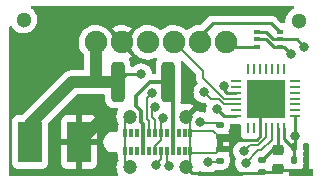
<source format=gbr>
%TF.GenerationSoftware,KiCad,Pcbnew,(6.0.9-0)*%
%TF.CreationDate,2022-11-16T11:59:38+01:00*%
%TF.ProjectId,GlowBand Dock PCB,476c6f77-4261-46e6-9420-446f636b2050,rev?*%
%TF.SameCoordinates,Original*%
%TF.FileFunction,Copper,L1,Top*%
%TF.FilePolarity,Positive*%
%FSLAX46Y46*%
G04 Gerber Fmt 4.6, Leading zero omitted, Abs format (unit mm)*
G04 Created by KiCad (PCBNEW (6.0.9-0)) date 2022-11-16 11:59:38*
%MOMM*%
%LPD*%
G01*
G04 APERTURE LIST*
G04 Aperture macros list*
%AMRoundRect*
0 Rectangle with rounded corners*
0 $1 Rounding radius*
0 $2 $3 $4 $5 $6 $7 $8 $9 X,Y pos of 4 corners*
0 Add a 4 corners polygon primitive as box body*
4,1,4,$2,$3,$4,$5,$6,$7,$8,$9,$2,$3,0*
0 Add four circle primitives for the rounded corners*
1,1,$1+$1,$2,$3*
1,1,$1+$1,$4,$5*
1,1,$1+$1,$6,$7*
1,1,$1+$1,$8,$9*
0 Add four rect primitives between the rounded corners*
20,1,$1+$1,$2,$3,$4,$5,0*
20,1,$1+$1,$4,$5,$6,$7,0*
20,1,$1+$1,$6,$7,$8,$9,0*
20,1,$1+$1,$8,$9,$2,$3,0*%
G04 Aperture macros list end*
%TA.AperFunction,SMDPad,CuDef*%
%ADD10R,0.600000X0.419990*%
%TD*%
%TA.AperFunction,SMDPad,CuDef*%
%ADD11RoundRect,0.250000X0.312500X1.450000X-0.312500X1.450000X-0.312500X-1.450000X0.312500X-1.450000X0*%
%TD*%
%TA.AperFunction,SMDPad,CuDef*%
%ADD12RoundRect,0.135000X0.185000X-0.135000X0.185000X0.135000X-0.185000X0.135000X-0.185000X-0.135000X0*%
%TD*%
%TA.AperFunction,SMDPad,CuDef*%
%ADD13RoundRect,0.140000X-0.140000X-0.170000X0.140000X-0.170000X0.140000X0.170000X-0.140000X0.170000X0*%
%TD*%
%TA.AperFunction,SMDPad,CuDef*%
%ADD14R,2.000000X3.500000*%
%TD*%
%TA.AperFunction,ComponentPad*%
%ADD15C,1.200000*%
%TD*%
%TA.AperFunction,SMDPad,CuDef*%
%ADD16R,0.300000X0.800000*%
%TD*%
%TA.AperFunction,SMDPad,CuDef*%
%ADD17R,0.280010X0.900000*%
%TD*%
%TA.AperFunction,SMDPad,CuDef*%
%ADD18R,0.900000X0.280010*%
%TD*%
%TA.AperFunction,SMDPad,CuDef*%
%ADD19R,3.300000X3.300000*%
%TD*%
%TA.AperFunction,SMDPad,CuDef*%
%ADD20RoundRect,0.140000X0.170000X-0.140000X0.170000X0.140000X-0.170000X0.140000X-0.170000X-0.140000X0*%
%TD*%
%TA.AperFunction,SMDPad,CuDef*%
%ADD21RoundRect,0.135000X-0.185000X0.135000X-0.185000X-0.135000X0.185000X-0.135000X0.185000X0.135000X0*%
%TD*%
%TA.AperFunction,SMDPad,CuDef*%
%ADD22RoundRect,0.225000X-0.250000X0.225000X-0.250000X-0.225000X0.250000X-0.225000X0.250000X0.225000X0*%
%TD*%
%TA.AperFunction,ComponentPad*%
%ADD23C,1.900000*%
%TD*%
%TA.AperFunction,ViaPad*%
%ADD24C,1.300000*%
%TD*%
%TA.AperFunction,ViaPad*%
%ADD25C,0.800000*%
%TD*%
%TA.AperFunction,Conductor*%
%ADD26C,0.250000*%
%TD*%
%TA.AperFunction,Conductor*%
%ADD27C,0.200000*%
%TD*%
%TA.AperFunction,Conductor*%
%ADD28C,1.000000*%
%TD*%
%TA.AperFunction,Conductor*%
%ADD29C,0.150000*%
%TD*%
%TA.AperFunction,Conductor*%
%ADD30C,0.300000*%
%TD*%
G04 APERTURE END LIST*
D10*
%TO.P,U1,1,E*%
%TO.N,RTS*%
X109848775Y-62794774D03*
%TO.P,U1,2,B*%
%TO.N,DTR*%
X109848775Y-62144787D03*
%TO.P,U1,3,C*%
%TO.N,IO0*%
X109848775Y-61494800D03*
%TO.P,U1,4,E*%
%TO.N,DTR*%
X107948851Y-61494800D03*
%TO.P,U1,5,B*%
%TO.N,RTS*%
X107948851Y-62144787D03*
%TO.P,U1,6,C*%
%TO.N,EN*%
X107948851Y-62794774D03*
%TD*%
D11*
%TO.P,F1,1*%
%TO.N,Net-(F1-Pad1)*%
X100419113Y-65751587D03*
%TO.P,F1,2*%
%TO.N,VBUS*%
X96144113Y-65751587D03*
%TD*%
D12*
%TO.P,R1,1*%
%TO.N,GND*%
X104784013Y-70427187D03*
%TO.P,R1,2*%
%TO.N,USB-C CC1*%
X104784013Y-69407187D03*
%TD*%
D13*
%TO.P,C3,1*%
%TO.N,VBUS*%
X111100413Y-72355587D03*
%TO.P,C3,2*%
%TO.N,GND*%
X112060413Y-72355587D03*
%TD*%
D14*
%TO.P,P2,1*%
%TO.N,VBUS*%
X88731213Y-70831587D03*
%TD*%
D13*
%TO.P,C4,1*%
%TO.N,VBUS*%
X111100413Y-71288787D03*
%TO.P,C4,2*%
%TO.N,GND*%
X112060413Y-71288787D03*
%TD*%
D15*
%TO.P,U2,0,EH*%
%TO.N,GND*%
X97151511Y-72981574D03*
X101951613Y-68681600D03*
X101951613Y-72981574D03*
X97151511Y-68681600D03*
D16*
%TO.P,U2,A1,GND*%
X96801499Y-70031612D03*
%TO.P,U2,A2,SSTXP1*%
%TO.N,unconnected-(U2-PadA2)*%
X97301626Y-70031612D03*
%TO.P,U2,A3,SSTXN1*%
%TO.N,unconnected-(U2-PadA3)*%
X97801499Y-70031612D03*
%TO.P,U2,A4,VBUS*%
%TO.N,Net-(F1-Pad1)*%
X98301626Y-70031612D03*
%TO.P,U2,A5,CC1*%
%TO.N,USB-C CC1*%
X98801499Y-70031612D03*
%TO.P,U2,A6,DP1*%
%TO.N,USB-C DATA+*%
X99301626Y-70031612D03*
%TO.P,U2,A7,DN1*%
%TO.N,USB-C DATA-*%
X99801499Y-70031612D03*
%TO.P,U2,A8,SBU1*%
%TO.N,unconnected-(U2-PadA8)*%
X100301626Y-70031612D03*
%TO.P,U2,A9,VBUS*%
%TO.N,Net-(F1-Pad1)*%
X100801499Y-70031612D03*
%TO.P,U2,A10,SSRXN2*%
%TO.N,unconnected-(U2-PadA10)*%
X101301626Y-70031612D03*
%TO.P,U2,A11,SSRXN2*%
%TO.N,unconnected-(U2-PadA11)*%
X101801499Y-70031612D03*
%TO.P,U2,A12,GND*%
%TO.N,GND*%
X102301626Y-70031612D03*
%TO.P,U2,B1,GND*%
X102301626Y-71631562D03*
%TO.P,U2,B2,SSTXP2*%
%TO.N,unconnected-(U2-PadB2)*%
X101801499Y-71631562D03*
%TO.P,U2,B3,SSTXN2*%
%TO.N,unconnected-(U2-PadB3)*%
X101301626Y-71631562D03*
%TO.P,U2,B4,VBUS*%
%TO.N,Net-(F1-Pad1)*%
X100801499Y-71631562D03*
%TO.P,U2,B5,CC2*%
%TO.N,USB-C CC2*%
X100301626Y-71631562D03*
%TO.P,U2,B6,DP2*%
%TO.N,USB-C DATA+*%
X99801499Y-71631562D03*
%TO.P,U2,B7,DN2*%
%TO.N,USB-C DATA-*%
X99301626Y-71631562D03*
%TO.P,U2,B8,SBU2*%
%TO.N,unconnected-(U2-PadB8)*%
X98801499Y-71631562D03*
%TO.P,U2,B9,VBUS*%
%TO.N,Net-(F1-Pad1)*%
X98301626Y-71631562D03*
%TO.P,U2,B10,SSRXN1*%
%TO.N,unconnected-(U2-PadB10)*%
X97801499Y-71631562D03*
%TO.P,U2,B11,SSRXN1*%
%TO.N,unconnected-(U2-PadB11)*%
X97301626Y-71631562D03*
%TO.P,U2,B12,GND*%
%TO.N,GND*%
X96801499Y-71631562D03*
%TD*%
D17*
%TO.P,U3,1,DCD*%
%TO.N,unconnected-(U3-Pad1)*%
X107194343Y-69651003D03*
%TO.P,U3,2,RI*%
%TO.N,unconnected-(U3-Pad2)*%
X107694724Y-69651003D03*
%TO.P,U3,3,GND*%
%TO.N,GND*%
X108195105Y-69651003D03*
%TO.P,U3,4,D+*%
%TO.N,USB-C DATA+*%
X108695486Y-69651003D03*
%TO.P,U3,5,D-*%
%TO.N,USB-C DATA-*%
X109195867Y-69651003D03*
%TO.P,U3,6,VDD*%
%TO.N,Net-(C1-Pad1)*%
X109696248Y-69651003D03*
%TO.P,U3,7,REGIN*%
%TO.N,VBUS*%
X110196629Y-69651003D03*
D18*
%TO.P,U3,8,VBUS*%
X111195613Y-68652273D03*
%TO.P,U3,9,~{RST}*%
%TO.N,unconnected-(U3-Pad9)*%
X111195613Y-68151892D03*
%TO.P,U3,10,NC*%
%TO.N,unconnected-(U3-Pad10)*%
X111195613Y-67651511D03*
%TO.P,U3,11,~{SUSPEND}*%
%TO.N,unconnected-(U3-Pad11)*%
X111195613Y-67151130D03*
%TO.P,U3,12,SUSPEND*%
%TO.N,unconnected-(U3-Pad12)*%
X111195613Y-66650749D03*
%TO.P,U3,13,NC*%
%TO.N,unconnected-(U3-Pad13)*%
X111195613Y-66150368D03*
%TO.P,U3,14,NC*%
%TO.N,unconnected-(U3-Pad14)*%
X111195613Y-65649987D03*
D17*
%TO.P,U3,15,NC*%
%TO.N,unconnected-(U3-Pad15)*%
X110196629Y-64651003D03*
%TO.P,U3,16,NC*%
%TO.N,unconnected-(U3-Pad16)*%
X109696248Y-64651003D03*
%TO.P,U3,17,NC*%
%TO.N,unconnected-(U3-Pad17)*%
X109195867Y-64651003D03*
%TO.P,U3,18,NC*%
%TO.N,unconnected-(U3-Pad18)*%
X108695486Y-64651003D03*
%TO.P,U3,19,NC*%
%TO.N,unconnected-(U3-Pad19)*%
X108195105Y-64651003D03*
%TO.P,U3,20,NC*%
%TO.N,unconnected-(U3-Pad20)*%
X107694724Y-64651003D03*
%TO.P,U3,21,NC*%
%TO.N,unconnected-(U3-Pad21)*%
X107194343Y-64651003D03*
D18*
%TO.P,U3,22,NC*%
%TO.N,unconnected-(U3-Pad22)*%
X106195613Y-65649987D03*
%TO.P,U3,23,CTS*%
%TO.N,unconnected-(U3-Pad23)*%
X106195613Y-66150368D03*
%TO.P,U3,24,RTS*%
%TO.N,RTS*%
X106195613Y-66650749D03*
%TO.P,U3,25,RXD*%
%TO.N,TXD0*%
X106195613Y-67151130D03*
%TO.P,U3,26,TXD*%
%TO.N,RXD0*%
X106195613Y-67651511D03*
%TO.P,U3,27,DSR*%
%TO.N,unconnected-(U3-Pad27)*%
X106195613Y-68151892D03*
%TO.P,U3,28,DTR*%
%TO.N,DTR*%
X106195613Y-68652273D03*
D19*
%TO.P,U3,29,GND_PAD*%
%TO.N,GND*%
X108695486Y-67151130D03*
%TD*%
D20*
%TO.P,C2,1*%
%TO.N,GND*%
X108380013Y-73343587D03*
%TO.P,C2,2*%
%TO.N,Net-(C1-Pad1)*%
X108380013Y-72383587D03*
%TD*%
D21*
%TO.P,R2,1*%
%TO.N,GND*%
X104784013Y-71388387D03*
%TO.P,R2,2*%
%TO.N,USB-C CC2*%
X104784013Y-72408387D03*
%TD*%
D22*
%TO.P,C1,1*%
%TO.N,Net-(C1-Pad1)*%
X109700813Y-71529787D03*
%TO.P,C1,2*%
%TO.N,GND*%
X109700813Y-73079787D03*
%TD*%
D14*
%TO.P,P3,1*%
%TO.N,GND*%
X92871413Y-70831587D03*
%TD*%
D23*
%TO.P,P1,1*%
%TO.N,VBUS*%
X94294013Y-62392187D03*
%TO.P,P1,2*%
%TO.N,GND*%
X96494013Y-62392187D03*
%TO.P,P1,3*%
%TO.N,RXD0*%
X98694013Y-62392187D03*
%TO.P,P1,4*%
%TO.N,TXD0*%
X100894013Y-62392187D03*
%TO.P,P1,5*%
%TO.N,IO0*%
X103094013Y-62392187D03*
%TO.P,P1,6*%
%TO.N,EN*%
X105294013Y-62392187D03*
%TD*%
D24*
%TO.N,*%
X111506000Y-60604400D03*
X88188800Y-60477400D03*
D25*
%TO.N,GND*%
X88188800Y-66294000D03*
X88087200Y-62433200D03*
X94725613Y-68901187D03*
X93980000Y-67614800D03*
X90779600Y-71018400D03*
X90982800Y-60350400D03*
X101904800Y-60350400D03*
%TO.N,VBUS*%
X98129213Y-65091187D03*
X111195613Y-70334387D03*
%TO.N,RXD0*%
X103463213Y-66615187D03*
%TO.N,USB-C CC1*%
X103107613Y-69166887D03*
X99022512Y-66644886D03*
%TO.N,USB-C CC2*%
X100466013Y-72863587D03*
X103768013Y-72558787D03*
%TO.N,RTS*%
X105139613Y-66107187D03*
X110829213Y-63363987D03*
%TO.N,DTR*%
X104530013Y-68075087D03*
X111896013Y-62754387D03*
%TO.N,USB-C DATA+*%
X99348413Y-72761987D03*
X106816013Y-71593587D03*
X99277869Y-67854131D03*
%TO.N,USB-C DATA-*%
X100008813Y-68799587D03*
X106968413Y-72609587D03*
%TD*%
D26*
%TO.N,GND*%
X108195105Y-70351003D02*
X107917721Y-70628387D01*
X112060413Y-72851587D02*
X111692813Y-73219187D01*
D27*
X102416051Y-71745987D02*
X102301626Y-71631562D01*
X102466851Y-69866387D02*
X104223213Y-69866387D01*
X104784013Y-70427187D02*
X104784013Y-71388387D01*
D26*
X108301213Y-73422387D02*
X102392426Y-73422387D01*
X112060413Y-72355587D02*
X112060413Y-72851587D01*
D27*
X102301626Y-69031613D02*
X101951613Y-68681600D01*
D26*
X111692813Y-73219187D02*
X109840213Y-73219187D01*
X112060413Y-71288787D02*
X112060413Y-72355587D01*
D27*
X96801499Y-71631562D02*
X96801499Y-72631562D01*
X96801499Y-70031612D02*
X96801499Y-71631562D01*
X104223213Y-69866387D02*
X104784013Y-70427187D01*
D26*
X109840213Y-73219187D02*
X109700813Y-73079787D01*
D27*
X96801499Y-69031612D02*
X97151511Y-68681600D01*
D26*
X108195105Y-69651003D02*
X108195105Y-67651511D01*
D27*
X104426413Y-71745987D02*
X102416051Y-71745987D01*
D28*
X94725613Y-68901187D02*
X94725613Y-68977387D01*
D27*
X102301626Y-70031612D02*
X102466851Y-69866387D01*
D26*
X104985213Y-70628387D02*
X104784013Y-70427187D01*
D27*
X96801499Y-70031612D02*
X96801499Y-69031612D01*
X104784013Y-71388387D02*
X104426413Y-71745987D01*
X96801499Y-72631562D02*
X97151511Y-72981574D01*
X102301626Y-70031612D02*
X102301626Y-71631562D01*
D26*
X108195105Y-69651003D02*
X108195105Y-70351003D01*
X102392426Y-73422387D02*
X101951613Y-72981574D01*
D27*
X102301626Y-71631562D02*
X102301626Y-72631561D01*
D26*
X109437013Y-73343587D02*
X109700813Y-73079787D01*
X108380013Y-73343587D02*
X108301213Y-73422387D01*
X108195105Y-67651511D02*
X108695486Y-67151130D01*
D27*
X102301626Y-72631561D02*
X101951613Y-72981574D01*
X102301626Y-70031612D02*
X102301626Y-69031613D01*
D26*
X107917721Y-70628387D02*
X104985213Y-70628387D01*
D28*
X94725613Y-68977387D02*
X92871413Y-70831587D01*
D26*
X108380013Y-73343587D02*
X109437013Y-73343587D01*
D28*
%TO.N,VBUS*%
X94065213Y-65751587D02*
X94294013Y-65522787D01*
D26*
X111195613Y-71193587D02*
X111100413Y-71288787D01*
X110196629Y-70605403D02*
X110880013Y-71288787D01*
D28*
X94294013Y-65522787D02*
X94294013Y-62392187D01*
X92287213Y-65751587D02*
X88731213Y-69307587D01*
D26*
X111195613Y-68652273D02*
X111195613Y-71193587D01*
D28*
X94065213Y-65751587D02*
X92287213Y-65751587D01*
X96144113Y-65751587D02*
X94065213Y-65751587D01*
D26*
X96804513Y-65091187D02*
X96144113Y-65751587D01*
X111100413Y-71288787D02*
X111100413Y-72355587D01*
X110880013Y-71288787D02*
X111100413Y-71288787D01*
X110196629Y-69651003D02*
X110196629Y-70605403D01*
D28*
X88731213Y-69307587D02*
X88731213Y-70831587D01*
D26*
X98129213Y-65091187D02*
X96804513Y-65091187D01*
D29*
%TO.N,RXD0*%
X104682413Y-67224787D02*
X104072813Y-67224787D01*
X104072813Y-67224787D02*
X103463213Y-66615187D01*
X106195613Y-67651511D02*
X105312337Y-67651511D01*
X105109137Y-67651511D02*
X104682413Y-67224787D01*
X105312337Y-67651511D02*
X105109137Y-67651511D01*
%TO.N,TXD0*%
X106195613Y-67151130D02*
X105116756Y-67151130D01*
X103361613Y-65395987D02*
X103361613Y-64859787D01*
X103361613Y-64859787D02*
X100894013Y-62392187D01*
X105116756Y-67151130D02*
X103361613Y-65395987D01*
D26*
%TO.N,IO0*%
X109848775Y-61494800D02*
X109127162Y-60773187D01*
X103094013Y-61853587D02*
X103094013Y-62392187D01*
X109127162Y-60773187D02*
X104174413Y-60773187D01*
X104174413Y-60773187D02*
X103094013Y-61853587D01*
%TO.N,EN*%
X107948851Y-62794774D02*
X105696600Y-62794774D01*
X105696600Y-62794774D02*
X105294013Y-62392187D01*
D29*
%TO.N,USB-C CC1*%
X104633613Y-69256787D02*
X104784013Y-69407187D01*
X103197513Y-69256787D02*
X104633613Y-69256787D01*
X98801499Y-69065473D02*
X98801499Y-70031612D01*
X98586413Y-67080985D02*
X98586413Y-68850387D01*
X103107613Y-69166887D02*
X103197513Y-69256787D01*
X99022512Y-66644886D02*
X98586413Y-67080985D01*
X98586413Y-68850387D02*
X98801499Y-69065473D01*
%TO.N,USB-C CC2*%
X100301626Y-71631562D02*
X100301626Y-72597600D01*
X104633613Y-72558787D02*
X104784013Y-72408387D01*
X100301626Y-72699200D02*
X100466013Y-72863587D01*
X100301626Y-72597600D02*
X100301626Y-72699200D01*
X103768013Y-72558787D02*
X104633613Y-72558787D01*
D26*
%TO.N,RTS*%
X109338767Y-62794774D02*
X109848775Y-62794774D01*
X107948851Y-62144787D02*
X108688780Y-62144787D01*
X105378375Y-66650749D02*
X106195613Y-66650749D01*
X108688780Y-62144787D02*
X109338767Y-62794774D01*
X109848775Y-62794774D02*
X110260000Y-62794774D01*
X105139613Y-66411987D02*
X105378375Y-66650749D01*
X110260000Y-62794774D02*
X110829213Y-63363987D01*
X105139613Y-66107187D02*
X105139613Y-66411987D01*
%TO.N,DTR*%
X111286413Y-62144787D02*
X111896013Y-62754387D01*
X109325176Y-62144787D02*
X108675189Y-61494800D01*
X104530013Y-68075087D02*
X105107199Y-68652273D01*
X105107199Y-68652273D02*
X106195613Y-68652273D01*
X109848775Y-62144787D02*
X111286413Y-62144787D01*
X108675189Y-61494800D02*
X107948851Y-61494800D01*
X109848775Y-62144787D02*
X109325176Y-62144787D01*
D29*
%TO.N,USB-C DATA+*%
X99043613Y-68704500D02*
X99301626Y-68962513D01*
X107324013Y-71085587D02*
X108035213Y-71085587D01*
X99043613Y-68088387D02*
X99043613Y-68704500D01*
X106816013Y-71593587D02*
X107324013Y-71085587D01*
X108035213Y-71085587D02*
X108695486Y-70425314D01*
X99277869Y-67854131D02*
X99043613Y-68088387D01*
D27*
X99801499Y-72308901D02*
X99801499Y-71631562D01*
D29*
X99301626Y-68962513D02*
X99301626Y-70031612D01*
D27*
X99348413Y-72761987D02*
X99801499Y-72308901D01*
D29*
X108695486Y-70425314D02*
X108695486Y-69651003D01*
%TO.N,USB-C DATA-*%
X108300413Y-71531587D02*
X109195867Y-70636133D01*
X109195867Y-70636133D02*
X109195867Y-69651003D01*
D27*
X100008813Y-68799587D02*
X99801499Y-69006901D01*
X99801499Y-69006901D02*
X99801499Y-70031612D01*
X99301626Y-71132374D02*
X99801499Y-70632501D01*
X99801499Y-70632501D02*
X99801499Y-70031612D01*
X99301626Y-71631562D02*
X99301626Y-71132374D01*
D29*
X106968413Y-72609587D02*
X108046413Y-71531587D01*
X108046413Y-71531587D02*
X108300413Y-71531587D01*
D30*
%TO.N,Net-(F1-Pad1)*%
X98891213Y-65751587D02*
X100419113Y-65751587D01*
D26*
X100801499Y-66133973D02*
X100419113Y-65751587D01*
D30*
X97722813Y-67783587D02*
X97722813Y-66919987D01*
X100801499Y-71631562D02*
X100801499Y-70031612D01*
X98129213Y-69104387D02*
X98129213Y-68189987D01*
X98301626Y-69276800D02*
X98129213Y-69104387D01*
X98129213Y-68189987D02*
X97722813Y-67783587D01*
X98301626Y-71631562D02*
X98301626Y-70031612D01*
X97722813Y-66919987D02*
X98891213Y-65751587D01*
X100801499Y-70031612D02*
X100801499Y-66133973D01*
X98301626Y-70031612D02*
X98301626Y-69276800D01*
D26*
%TO.N,Net-(C1-Pad1)*%
X109696248Y-71525222D02*
X109700813Y-71529787D01*
X109233813Y-71529787D02*
X108380013Y-72383587D01*
X109700813Y-71529787D02*
X109233813Y-71529787D01*
X109696248Y-69651003D02*
X109696248Y-71525222D01*
%TD*%
%TA.AperFunction,Conductor*%
%TO.N,GND*%
G36*
X111055584Y-59320489D02*
G01*
X111102077Y-59374145D01*
X111112181Y-59444419D01*
X111082687Y-59508999D01*
X111031075Y-59544698D01*
X111005116Y-59554275D01*
X110822134Y-59663139D01*
X110662054Y-59803525D01*
X110530238Y-59970733D01*
X110527549Y-59975844D01*
X110527547Y-59975847D01*
X110483034Y-60060452D01*
X110431100Y-60159162D01*
X110429386Y-60164683D01*
X110429384Y-60164687D01*
X110388669Y-60295811D01*
X110367961Y-60362502D01*
X110342936Y-60573944D01*
X110343314Y-60579711D01*
X110347529Y-60644028D01*
X110332025Y-60713311D01*
X110281525Y-60763213D01*
X110208190Y-60777530D01*
X110196909Y-60776305D01*
X110078375Y-60776305D01*
X110010254Y-60756303D01*
X109989279Y-60739400D01*
X109823824Y-60573944D01*
X109630809Y-60380929D01*
X109623275Y-60372650D01*
X109619162Y-60366169D01*
X109569510Y-60319543D01*
X109566669Y-60316789D01*
X109546932Y-60297052D01*
X109543735Y-60294572D01*
X109534713Y-60286867D01*
X109517955Y-60271130D01*
X109502483Y-60256601D01*
X109495537Y-60252782D01*
X109495534Y-60252780D01*
X109484728Y-60246839D01*
X109468209Y-60235988D01*
X109467582Y-60235502D01*
X109452203Y-60223573D01*
X109444934Y-60220428D01*
X109444930Y-60220425D01*
X109411625Y-60206013D01*
X109400975Y-60200796D01*
X109362222Y-60179492D01*
X109342599Y-60174454D01*
X109323896Y-60168050D01*
X109312582Y-60163154D01*
X109312581Y-60163154D01*
X109305307Y-60160006D01*
X109297484Y-60158767D01*
X109297474Y-60158764D01*
X109261638Y-60153088D01*
X109250018Y-60150682D01*
X109214873Y-60141659D01*
X109214872Y-60141659D01*
X109207192Y-60139687D01*
X109186938Y-60139687D01*
X109167227Y-60138136D01*
X109164696Y-60137735D01*
X109147219Y-60134967D01*
X109139327Y-60135713D01*
X109103201Y-60139128D01*
X109091343Y-60139687D01*
X104253176Y-60139687D01*
X104241992Y-60139160D01*
X104234504Y-60137486D01*
X104226581Y-60137735D01*
X104166446Y-60139625D01*
X104162488Y-60139687D01*
X104134557Y-60139687D01*
X104130642Y-60140182D01*
X104130638Y-60140182D01*
X104130580Y-60140190D01*
X104130551Y-60140193D01*
X104118709Y-60141126D01*
X104074523Y-60142514D01*
X104057157Y-60147559D01*
X104055071Y-60148165D01*
X104035719Y-60152173D01*
X104028648Y-60153067D01*
X104015616Y-60154713D01*
X104008247Y-60157630D01*
X104008245Y-60157631D01*
X103974510Y-60170987D01*
X103963282Y-60174832D01*
X103920820Y-60187169D01*
X103913998Y-60191203D01*
X103913992Y-60191206D01*
X103903381Y-60197481D01*
X103885631Y-60206177D01*
X103874169Y-60210715D01*
X103874164Y-60210718D01*
X103866796Y-60213635D01*
X103849383Y-60226286D01*
X103831038Y-60239614D01*
X103821120Y-60246130D01*
X103809876Y-60252780D01*
X103783050Y-60268645D01*
X103768726Y-60282969D01*
X103753694Y-60295808D01*
X103737306Y-60307715D01*
X103709125Y-60341780D01*
X103701135Y-60350560D01*
X103155448Y-60896247D01*
X103093136Y-60930273D01*
X103064815Y-60933143D01*
X102997094Y-60932316D01*
X102997092Y-60932316D01*
X102991924Y-60932253D01*
X102754850Y-60968530D01*
X102526884Y-61043041D01*
X102314149Y-61153784D01*
X102310016Y-61156887D01*
X102310013Y-61156889D01*
X102161050Y-61268734D01*
X102122358Y-61297785D01*
X102118786Y-61301523D01*
X102086551Y-61335255D01*
X102025027Y-61370685D01*
X101954114Y-61367228D01*
X101902263Y-61333002D01*
X101892117Y-61321852D01*
X101888066Y-61318653D01*
X101888062Y-61318649D01*
X101734262Y-61197186D01*
X101703901Y-61173208D01*
X101493935Y-61057300D01*
X101357859Y-61009113D01*
X101272733Y-60978968D01*
X101272729Y-60978967D01*
X101267858Y-60977242D01*
X101262765Y-60976335D01*
X101262762Y-60976334D01*
X101036829Y-60936089D01*
X101036823Y-60936088D01*
X101031740Y-60935183D01*
X100944473Y-60934117D01*
X100797094Y-60932316D01*
X100797092Y-60932316D01*
X100791924Y-60932253D01*
X100554850Y-60968530D01*
X100326884Y-61043041D01*
X100114149Y-61153784D01*
X100110016Y-61156887D01*
X100110013Y-61156889D01*
X99961050Y-61268734D01*
X99922358Y-61297785D01*
X99918786Y-61301523D01*
X99886551Y-61335255D01*
X99825027Y-61370685D01*
X99754114Y-61367228D01*
X99702263Y-61333002D01*
X99692117Y-61321852D01*
X99688066Y-61318653D01*
X99688062Y-61318649D01*
X99534262Y-61197186D01*
X99503901Y-61173208D01*
X99293935Y-61057300D01*
X99157859Y-61009113D01*
X99072733Y-60978968D01*
X99072729Y-60978967D01*
X99067858Y-60977242D01*
X99062765Y-60976335D01*
X99062762Y-60976334D01*
X98836829Y-60936089D01*
X98836823Y-60936088D01*
X98831740Y-60935183D01*
X98744473Y-60934117D01*
X98597094Y-60932316D01*
X98597092Y-60932316D01*
X98591924Y-60932253D01*
X98354850Y-60968530D01*
X98126884Y-61043041D01*
X97914149Y-61153784D01*
X97910016Y-61156887D01*
X97910013Y-61156889D01*
X97761050Y-61268734D01*
X97722358Y-61297785D01*
X97718786Y-61301523D01*
X97590048Y-61436240D01*
X97556661Y-61471177D01*
X97553747Y-61475449D01*
X97553746Y-61475450D01*
X97509525Y-61540276D01*
X97421508Y-61669304D01*
X97406977Y-61700609D01*
X97322706Y-61882152D01*
X97322704Y-61882157D01*
X97320529Y-61886843D01*
X97319147Y-61891827D01*
X97314797Y-61907512D01*
X97282475Y-61962935D01*
X96866035Y-62379375D01*
X96858421Y-62393319D01*
X96858552Y-62395152D01*
X96862803Y-62401767D01*
X97283957Y-62822921D01*
X97311604Y-62864611D01*
X97385765Y-63047246D01*
X97385769Y-63047254D01*
X97387715Y-63052046D01*
X97390415Y-63056452D01*
X97390418Y-63056458D01*
X97508061Y-63248434D01*
X97513027Y-63256538D01*
X97516411Y-63260444D01*
X97516412Y-63260446D01*
X97525475Y-63270908D01*
X97670056Y-63437817D01*
X97854584Y-63591015D01*
X98061656Y-63712018D01*
X98066481Y-63713860D01*
X98066482Y-63713861D01*
X98142994Y-63743078D01*
X98285710Y-63797576D01*
X98290776Y-63798607D01*
X98290777Y-63798607D01*
X98347052Y-63810056D01*
X98520729Y-63845391D01*
X98656277Y-63850361D01*
X98755238Y-63853990D01*
X98755242Y-63853990D01*
X98760402Y-63854179D01*
X98765522Y-63853523D01*
X98765524Y-63853523D01*
X98993164Y-63824362D01*
X98993165Y-63824362D01*
X98998292Y-63823705D01*
X99009908Y-63820220D01*
X99223055Y-63756273D01*
X99223060Y-63756271D01*
X99228010Y-63754786D01*
X99301661Y-63718705D01*
X99371633Y-63706699D01*
X99436990Y-63734429D01*
X99476980Y-63793092D01*
X99478906Y-63864063D01*
X99464351Y-63897973D01*
X99429632Y-63954298D01*
X99414498Y-63978849D01*
X99404677Y-64008459D01*
X99363709Y-64131975D01*
X99358816Y-64146726D01*
X99348113Y-64251187D01*
X99348113Y-64967087D01*
X99328111Y-65035208D01*
X99274455Y-65081701D01*
X99222113Y-65093087D01*
X99156368Y-65093087D01*
X99088247Y-65073085D01*
X99041754Y-65019429D01*
X99031058Y-64980258D01*
X99023445Y-64907821D01*
X99023444Y-64907818D01*
X99022755Y-64901259D01*
X98963740Y-64719631D01*
X98868253Y-64554243D01*
X98764131Y-64438603D01*
X98744888Y-64417232D01*
X98744887Y-64417231D01*
X98740466Y-64412321D01*
X98585965Y-64300069D01*
X98579937Y-64297385D01*
X98579935Y-64297384D01*
X98417532Y-64225078D01*
X98417531Y-64225078D01*
X98411501Y-64222393D01*
X98318101Y-64202540D01*
X98231157Y-64184059D01*
X98231152Y-64184059D01*
X98224700Y-64182687D01*
X98033726Y-64182687D01*
X98027274Y-64184059D01*
X98027269Y-64184059D01*
X97940325Y-64202540D01*
X97846925Y-64222393D01*
X97840895Y-64225078D01*
X97840894Y-64225078D01*
X97678491Y-64297384D01*
X97678489Y-64297385D01*
X97672461Y-64300069D01*
X97517960Y-64412321D01*
X97513545Y-64417224D01*
X97508633Y-64421647D01*
X97507508Y-64420398D01*
X97454199Y-64453238D01*
X97421013Y-64457687D01*
X97341113Y-64457687D01*
X97272992Y-64437685D01*
X97226499Y-64384029D01*
X97215113Y-64331687D01*
X97215113Y-64251187D01*
X97212404Y-64225078D01*
X97204851Y-64152279D01*
X97204850Y-64152275D01*
X97204139Y-64145421D01*
X97201156Y-64136478D01*
X97150481Y-63984589D01*
X97148163Y-63977641D01*
X97087307Y-63879299D01*
X97068470Y-63810848D01*
X97089631Y-63743078D01*
X97139020Y-63699846D01*
X97238479Y-63651122D01*
X97247345Y-63645837D01*
X97314958Y-63597608D01*
X97323359Y-63586908D01*
X97316371Y-63573755D01*
X95707884Y-61965268D01*
X95679919Y-61920340D01*
X95679433Y-61920551D01*
X95678001Y-61917258D01*
X95666182Y-61890075D01*
X95585860Y-61705346D01*
X95585858Y-61705343D01*
X95583800Y-61700609D01*
X95566587Y-61674001D01*
X95456338Y-61503583D01*
X95456336Y-61503580D01*
X95453528Y-61499240D01*
X95424593Y-61467440D01*
X95295595Y-61325674D01*
X95295593Y-61325672D01*
X95292117Y-61321852D01*
X95288066Y-61318653D01*
X95288062Y-61318649D01*
X95134262Y-61197186D01*
X95663808Y-61197186D01*
X95670553Y-61209517D01*
X96481201Y-62020165D01*
X96495145Y-62027779D01*
X96496978Y-62027648D01*
X96503593Y-62023397D01*
X97318603Y-61208387D01*
X97325624Y-61195530D01*
X97317851Y-61184863D01*
X97307680Y-61176830D01*
X97299096Y-61171127D01*
X97098263Y-61060261D01*
X97088851Y-61056031D01*
X96872604Y-60979453D01*
X96862633Y-60976819D01*
X96636782Y-60936589D01*
X96626529Y-60935620D01*
X96397129Y-60932817D01*
X96386845Y-60933537D01*
X96160080Y-60968237D01*
X96150052Y-60970626D01*
X95931997Y-61041897D01*
X95922488Y-61045894D01*
X95719006Y-61151820D01*
X95710281Y-61157314D01*
X95672261Y-61185861D01*
X95663808Y-61197186D01*
X95134262Y-61197186D01*
X95103901Y-61173208D01*
X94893935Y-61057300D01*
X94757859Y-61009113D01*
X94672733Y-60978968D01*
X94672729Y-60978967D01*
X94667858Y-60977242D01*
X94662765Y-60976335D01*
X94662762Y-60976334D01*
X94436829Y-60936089D01*
X94436823Y-60936088D01*
X94431740Y-60935183D01*
X94344473Y-60934117D01*
X94197094Y-60932316D01*
X94197092Y-60932316D01*
X94191924Y-60932253D01*
X93954850Y-60968530D01*
X93726884Y-61043041D01*
X93514149Y-61153784D01*
X93510016Y-61156887D01*
X93510013Y-61156889D01*
X93361050Y-61268734D01*
X93322358Y-61297785D01*
X93318786Y-61301523D01*
X93190048Y-61436240D01*
X93156661Y-61471177D01*
X93153747Y-61475449D01*
X93153746Y-61475450D01*
X93109525Y-61540276D01*
X93021508Y-61669304D01*
X92982690Y-61752929D01*
X92922707Y-61882152D01*
X92920529Y-61886843D01*
X92856437Y-62117955D01*
X92830951Y-62356431D01*
X92831248Y-62361583D01*
X92831248Y-62361587D01*
X92833565Y-62401767D01*
X92844757Y-62595867D01*
X92897483Y-62829833D01*
X92987715Y-63052046D01*
X93113027Y-63256538D01*
X93252265Y-63417278D01*
X93254750Y-63420147D01*
X93284233Y-63484732D01*
X93285513Y-63502644D01*
X93285513Y-64617087D01*
X93265511Y-64685208D01*
X93211855Y-64731701D01*
X93159513Y-64743087D01*
X92349053Y-64743087D01*
X92335445Y-64742350D01*
X92303949Y-64738928D01*
X92303945Y-64738928D01*
X92297824Y-64738263D01*
X92279824Y-64739838D01*
X92247822Y-64742637D01*
X92242997Y-64742966D01*
X92240526Y-64743087D01*
X92237444Y-64743087D01*
X92214976Y-64745290D01*
X92194702Y-64747278D01*
X92193387Y-64747400D01*
X92161126Y-64750223D01*
X92100800Y-64755500D01*
X92095681Y-64756987D01*
X92090380Y-64757507D01*
X92001407Y-64784369D01*
X92000267Y-64784707D01*
X91910876Y-64810678D01*
X91906142Y-64813132D01*
X91901044Y-64814671D01*
X91895600Y-64817565D01*
X91895599Y-64817566D01*
X91819044Y-64858271D01*
X91817876Y-64858885D01*
X91748240Y-64894981D01*
X91735287Y-64901695D01*
X91731124Y-64905018D01*
X91726417Y-64907521D01*
X91721643Y-64911415D01*
X91721641Y-64911416D01*
X91654318Y-64966324D01*
X91653373Y-64967087D01*
X91614240Y-64998326D01*
X91611749Y-65000817D01*
X91611022Y-65001467D01*
X91606676Y-65005179D01*
X91603973Y-65007384D01*
X91573151Y-65032522D01*
X91569228Y-65037264D01*
X91569226Y-65037266D01*
X91543916Y-65067860D01*
X91535926Y-65076640D01*
X88076384Y-68536182D01*
X88014072Y-68570208D01*
X87987289Y-68573087D01*
X87683079Y-68573087D01*
X87620897Y-68579842D01*
X87484508Y-68630972D01*
X87367952Y-68718326D01*
X87280598Y-68834882D01*
X87229468Y-68971271D01*
X87222713Y-69033453D01*
X87222713Y-72629721D01*
X87229468Y-72691903D01*
X87280598Y-72828292D01*
X87367952Y-72944848D01*
X87484508Y-73032202D01*
X87620897Y-73083332D01*
X87683079Y-73090087D01*
X89779347Y-73090087D01*
X89841529Y-73083332D01*
X89977918Y-73032202D01*
X90094474Y-72944848D01*
X90181828Y-72828292D01*
X90232958Y-72691903D01*
X90239713Y-72629721D01*
X90239713Y-72626256D01*
X91363414Y-72626256D01*
X91363784Y-72633077D01*
X91369308Y-72683939D01*
X91372934Y-72699191D01*
X91418089Y-72819641D01*
X91426627Y-72835236D01*
X91503128Y-72937311D01*
X91515689Y-72949872D01*
X91617764Y-73026373D01*
X91633359Y-73034911D01*
X91753807Y-73080065D01*
X91769062Y-73083692D01*
X91819927Y-73089218D01*
X91826741Y-73089587D01*
X92599298Y-73089587D01*
X92614537Y-73085112D01*
X92615742Y-73083722D01*
X92617413Y-73076039D01*
X92617413Y-73071471D01*
X93125413Y-73071471D01*
X93129888Y-73086710D01*
X93131278Y-73087915D01*
X93138961Y-73089586D01*
X93916082Y-73089586D01*
X93922903Y-73089216D01*
X93973765Y-73083692D01*
X93989017Y-73080066D01*
X94109467Y-73034911D01*
X94125062Y-73026373D01*
X94227137Y-72949872D01*
X94239698Y-72937311D01*
X94316199Y-72835236D01*
X94324737Y-72819641D01*
X94369891Y-72699193D01*
X94373518Y-72683938D01*
X94379044Y-72633073D01*
X94379413Y-72626259D01*
X94379413Y-71103702D01*
X94374938Y-71088463D01*
X94373548Y-71087258D01*
X94365865Y-71085587D01*
X93143528Y-71085587D01*
X93128289Y-71090062D01*
X93127084Y-71091452D01*
X93125413Y-71099135D01*
X93125413Y-73071471D01*
X92617413Y-73071471D01*
X92617413Y-71103702D01*
X92612938Y-71088463D01*
X92611548Y-71087258D01*
X92603865Y-71085587D01*
X91381529Y-71085587D01*
X91366290Y-71090062D01*
X91365085Y-71091452D01*
X91363414Y-71099135D01*
X91363414Y-72626256D01*
X90239713Y-72626256D01*
X90239713Y-70559472D01*
X91363413Y-70559472D01*
X91367888Y-70574711D01*
X91369278Y-70575916D01*
X91376961Y-70577587D01*
X92599298Y-70577587D01*
X92614537Y-70573112D01*
X92615742Y-70571722D01*
X92617413Y-70564039D01*
X92617413Y-70559472D01*
X93125413Y-70559472D01*
X93129888Y-70574711D01*
X93131278Y-70575916D01*
X93138961Y-70577587D01*
X94361297Y-70577587D01*
X94376536Y-70573112D01*
X94377741Y-70571722D01*
X94379412Y-70564039D01*
X94379412Y-69036918D01*
X94379042Y-69030097D01*
X94373518Y-68979235D01*
X94369892Y-68963983D01*
X94324737Y-68843533D01*
X94316199Y-68827938D01*
X94239698Y-68725863D01*
X94227137Y-68713302D01*
X94125062Y-68636801D01*
X94109467Y-68628263D01*
X93989019Y-68583109D01*
X93973764Y-68579482D01*
X93922899Y-68573956D01*
X93916085Y-68573587D01*
X93143528Y-68573587D01*
X93128289Y-68578062D01*
X93127084Y-68579452D01*
X93125413Y-68587135D01*
X93125413Y-70559472D01*
X92617413Y-70559472D01*
X92617413Y-68591703D01*
X92612938Y-68576464D01*
X92611548Y-68575259D01*
X92603865Y-68573588D01*
X91826744Y-68573588D01*
X91819923Y-68573958D01*
X91769061Y-68579482D01*
X91753809Y-68583108D01*
X91633359Y-68628263D01*
X91617764Y-68636801D01*
X91515689Y-68713302D01*
X91503128Y-68725863D01*
X91426627Y-68827938D01*
X91418089Y-68843533D01*
X91372935Y-68963981D01*
X91369308Y-68979236D01*
X91363782Y-69030101D01*
X91363413Y-69036915D01*
X91363413Y-70559472D01*
X90239713Y-70559472D01*
X90239713Y-69277512D01*
X90259715Y-69209391D01*
X90276618Y-69188417D01*
X92668042Y-66796992D01*
X92730354Y-66762967D01*
X92757137Y-66760087D01*
X94003370Y-66760087D01*
X94016977Y-66760824D01*
X94048475Y-66764246D01*
X94048480Y-66764246D01*
X94054601Y-66764911D01*
X94104266Y-66760566D01*
X94115247Y-66760087D01*
X94947113Y-66760087D01*
X95015234Y-66780089D01*
X95061727Y-66833745D01*
X95073113Y-66886087D01*
X95073113Y-67251987D01*
X95073450Y-67255233D01*
X95073450Y-67255237D01*
X95081815Y-67335852D01*
X95084087Y-67357753D01*
X95140063Y-67525533D01*
X95233135Y-67675935D01*
X95358310Y-67800892D01*
X95364540Y-67804732D01*
X95364541Y-67804733D01*
X95498681Y-67887418D01*
X95508875Y-67893702D01*
X95580721Y-67917532D01*
X95670224Y-67947219D01*
X95670226Y-67947219D01*
X95676752Y-67949384D01*
X95683588Y-67950084D01*
X95683591Y-67950085D01*
X95726644Y-67954496D01*
X95781213Y-67960087D01*
X96070367Y-67960087D01*
X96138488Y-67980089D01*
X96184981Y-68033745D01*
X96195085Y-68104019D01*
X96181875Y-68144755D01*
X96126160Y-68250652D01*
X96121751Y-68261295D01*
X96064792Y-68444732D01*
X96062402Y-68455976D01*
X96039824Y-68646737D01*
X96039523Y-68658238D01*
X96052086Y-68849904D01*
X96053887Y-68861274D01*
X96101168Y-69047443D01*
X96105009Y-69058290D01*
X96185426Y-69232728D01*
X96191178Y-69242690D01*
X96196269Y-69249895D01*
X96219247Y-69317071D01*
X96203889Y-69383120D01*
X96198176Y-69393554D01*
X96153021Y-69514006D01*
X96149394Y-69529261D01*
X96143868Y-69580126D01*
X96143499Y-69586940D01*
X96143499Y-69841297D01*
X96123497Y-69909418D01*
X96069841Y-69955911D01*
X95999567Y-69966015D01*
X95992202Y-69964703D01*
X95986202Y-69962754D01*
X95979645Y-69962065D01*
X95979641Y-69962064D01*
X95915592Y-69955333D01*
X95847806Y-69948208D01*
X95755192Y-69948208D01*
X95661980Y-69958005D01*
X95623360Y-69962064D01*
X95623359Y-69962064D01*
X95616796Y-69962754D01*
X95610519Y-69964794D01*
X95610517Y-69964794D01*
X95558126Y-69981817D01*
X95440165Y-70020145D01*
X95434443Y-70023448D01*
X95434442Y-70023449D01*
X95401611Y-70042404D01*
X95279326Y-70113005D01*
X95274419Y-70117423D01*
X95274418Y-70117424D01*
X95198604Y-70185687D01*
X95141309Y-70237276D01*
X95137428Y-70242618D01*
X95137426Y-70242620D01*
X95061075Y-70347708D01*
X95032145Y-70387527D01*
X95029461Y-70393556D01*
X95029459Y-70393559D01*
X94959293Y-70551156D01*
X94956606Y-70557192D01*
X94955233Y-70563652D01*
X94920982Y-70724793D01*
X94917993Y-70738854D01*
X94917993Y-70924574D01*
X94956606Y-71106236D01*
X94959291Y-71112266D01*
X94959291Y-71112267D01*
X94986023Y-71172307D01*
X95032145Y-71275900D01*
X95036025Y-71281241D01*
X95036026Y-71281242D01*
X95120406Y-71397381D01*
X95141309Y-71426152D01*
X95146219Y-71430573D01*
X95146220Y-71430574D01*
X95227644Y-71503888D01*
X95279326Y-71550423D01*
X95342718Y-71587022D01*
X95429948Y-71637384D01*
X95440165Y-71643283D01*
X95461721Y-71650287D01*
X95610517Y-71698634D01*
X95610519Y-71698634D01*
X95616796Y-71700674D01*
X95623359Y-71701364D01*
X95623360Y-71701364D01*
X95647556Y-71703907D01*
X95755192Y-71715220D01*
X95847806Y-71715220D01*
X95986202Y-71700674D01*
X95991633Y-71698909D01*
X96062094Y-71704286D01*
X96118727Y-71747103D01*
X96143220Y-71813741D01*
X96143500Y-71822131D01*
X96143500Y-72076231D01*
X96143870Y-72083052D01*
X96149394Y-72133914D01*
X96153020Y-72149166D01*
X96198176Y-72269620D01*
X96204366Y-72280925D01*
X96219535Y-72350282D01*
X96205355Y-72400101D01*
X96126158Y-72550630D01*
X96121751Y-72561269D01*
X96064792Y-72744706D01*
X96062402Y-72755950D01*
X96039824Y-72946711D01*
X96039523Y-72958212D01*
X96052086Y-73149878D01*
X96053887Y-73161248D01*
X96101168Y-73347417D01*
X96105009Y-73358264D01*
X96185424Y-73532699D01*
X96188305Y-73537688D01*
X96205042Y-73606684D01*
X96181821Y-73673775D01*
X96126013Y-73717662D01*
X96079185Y-73726687D01*
X87079713Y-73726687D01*
X87011592Y-73706685D01*
X86965099Y-73653029D01*
X86953713Y-73600687D01*
X86953713Y-61133831D01*
X86973715Y-61065710D01*
X87027371Y-61019217D01*
X87097645Y-61009113D01*
X87162225Y-61038607D01*
X87182610Y-61061111D01*
X87194280Y-61077623D01*
X87304096Y-61233009D01*
X87456609Y-61381581D01*
X87461405Y-61384786D01*
X87461408Y-61384788D01*
X87532888Y-61432549D01*
X87633643Y-61499871D01*
X87638946Y-61502149D01*
X87638949Y-61502151D01*
X87823963Y-61581639D01*
X87829270Y-61583919D01*
X87905116Y-61601081D01*
X88031301Y-61629634D01*
X88031306Y-61629635D01*
X88036938Y-61630909D01*
X88042709Y-61631136D01*
X88042711Y-61631136D01*
X88104052Y-61633546D01*
X88249691Y-61639269D01*
X88255400Y-61638441D01*
X88255404Y-61638441D01*
X88454690Y-61609545D01*
X88454694Y-61609544D01*
X88460405Y-61608716D01*
X88662023Y-61540276D01*
X88847793Y-61436240D01*
X89011493Y-61300093D01*
X89147640Y-61136393D01*
X89251676Y-60950623D01*
X89320116Y-60749005D01*
X89332255Y-60665291D01*
X89350137Y-60541961D01*
X89350137Y-60541959D01*
X89350669Y-60538291D01*
X89352263Y-60477400D01*
X89337233Y-60313824D01*
X89333310Y-60271130D01*
X89333309Y-60271127D01*
X89332781Y-60265376D01*
X89320991Y-60223573D01*
X89276554Y-60066011D01*
X89276553Y-60066009D01*
X89274986Y-60060452D01*
X89256769Y-60023510D01*
X89183370Y-59874673D01*
X89180815Y-59869492D01*
X89148736Y-59826532D01*
X89056874Y-59703514D01*
X89053422Y-59698891D01*
X88897071Y-59554363D01*
X88879881Y-59543517D01*
X88863291Y-59533049D01*
X88816353Y-59479783D01*
X88805663Y-59409595D01*
X88834617Y-59344771D01*
X88894021Y-59305891D01*
X88930526Y-59300487D01*
X110987463Y-59300487D01*
X111055584Y-59320489D01*
G37*
%TD.AperFunction*%
%TA.AperFunction,Conductor*%
G36*
X106487959Y-69320780D02*
G01*
X106534452Y-69374436D01*
X106545838Y-69426778D01*
X106545838Y-70149137D01*
X106552593Y-70211319D01*
X106603723Y-70347708D01*
X106691077Y-70464264D01*
X106698257Y-70469645D01*
X106698258Y-70469646D01*
X106705116Y-70474786D01*
X106747629Y-70531646D01*
X106752653Y-70602465D01*
X106718591Y-70664757D01*
X106655746Y-70698857D01*
X106533725Y-70724793D01*
X106527695Y-70727478D01*
X106527694Y-70727478D01*
X106365291Y-70799784D01*
X106365289Y-70799785D01*
X106359261Y-70802469D01*
X106353920Y-70806349D01*
X106353919Y-70806350D01*
X106319184Y-70831587D01*
X106204760Y-70914721D01*
X106076973Y-71056643D01*
X105981486Y-71222031D01*
X105922471Y-71403659D01*
X105921781Y-71410220D01*
X105921781Y-71410222D01*
X105911937Y-71503888D01*
X105902509Y-71593587D01*
X105903199Y-71600152D01*
X105920806Y-71767669D01*
X105922471Y-71783515D01*
X105981486Y-71965143D01*
X106076973Y-72130531D01*
X106095786Y-72151425D01*
X106126502Y-72215431D01*
X106121981Y-72274669D01*
X106097413Y-72350282D01*
X106074871Y-72419659D01*
X106074181Y-72426220D01*
X106074181Y-72426222D01*
X106060248Y-72558787D01*
X106054909Y-72609587D01*
X106055599Y-72616152D01*
X106073155Y-72783184D01*
X106074871Y-72799515D01*
X106133886Y-72981143D01*
X106229373Y-73146531D01*
X106233791Y-73151438D01*
X106233792Y-73151439D01*
X106337986Y-73267158D01*
X106357160Y-73288453D01*
X106511661Y-73400705D01*
X106517689Y-73403389D01*
X106517691Y-73403390D01*
X106661207Y-73467287D01*
X106686125Y-73478381D01*
X106692582Y-73479753D01*
X106695969Y-73480854D01*
X106754574Y-73520928D01*
X106782211Y-73586324D01*
X106770104Y-73656281D01*
X106722098Y-73708587D01*
X106657032Y-73726687D01*
X103019317Y-73726687D01*
X102951196Y-73706685D01*
X102904703Y-73653029D01*
X102894599Y-73582755D01*
X102909383Y-73539121D01*
X102965336Y-73439211D01*
X102970013Y-73428705D01*
X103003997Y-73328592D01*
X103044834Y-73270516D01*
X103110587Y-73243738D01*
X103180380Y-73256759D01*
X103197359Y-73267150D01*
X103311261Y-73349905D01*
X103317289Y-73352589D01*
X103317291Y-73352590D01*
X103465762Y-73418693D01*
X103485725Y-73427581D01*
X103579125Y-73447434D01*
X103666069Y-73465915D01*
X103666074Y-73465915D01*
X103672526Y-73467287D01*
X103863500Y-73467287D01*
X103869952Y-73465915D01*
X103869957Y-73465915D01*
X103956901Y-73447434D01*
X104050301Y-73427581D01*
X104070264Y-73418693D01*
X104218735Y-73352590D01*
X104218737Y-73352589D01*
X104224765Y-73349905D01*
X104294925Y-73298931D01*
X104373927Y-73241532D01*
X104379266Y-73237653D01*
X104383681Y-73232750D01*
X104383684Y-73232747D01*
X104390888Y-73224746D01*
X104451333Y-73187505D01*
X104497428Y-73185527D01*
X104497547Y-73184016D01*
X104531569Y-73186694D01*
X104531575Y-73186694D01*
X104534024Y-73186887D01*
X104783861Y-73186887D01*
X105034001Y-73186886D01*
X105070479Y-73184016D01*
X105190506Y-73149145D01*
X105218996Y-73140868D01*
X105218998Y-73140867D01*
X105226609Y-73138656D01*
X105245147Y-73127693D01*
X105359733Y-73059927D01*
X105366554Y-73055893D01*
X105481519Y-72940928D01*
X105490220Y-72926216D01*
X105560247Y-72807806D01*
X105560247Y-72807805D01*
X105564282Y-72800983D01*
X105575612Y-72761987D01*
X105607847Y-72651031D01*
X105609642Y-72644853D01*
X105610570Y-72633073D01*
X105612320Y-72610831D01*
X105612320Y-72610825D01*
X105612513Y-72608376D01*
X105612512Y-72208399D01*
X105609642Y-72171921D01*
X105564282Y-72015791D01*
X105532490Y-71962034D01*
X105515031Y-71893221D01*
X105532491Y-71833757D01*
X105559784Y-71787607D01*
X105566032Y-71773170D01*
X105598974Y-71659782D01*
X105598934Y-71645682D01*
X105591664Y-71642387D01*
X105121555Y-71642387D01*
X105086403Y-71637384D01*
X105076660Y-71634553D01*
X105076653Y-71634552D01*
X105070479Y-71632758D01*
X105064072Y-71632254D01*
X105064068Y-71632253D01*
X105036457Y-71630080D01*
X105036451Y-71630080D01*
X105034002Y-71629887D01*
X105024083Y-71629887D01*
X104656012Y-71629888D01*
X104587893Y-71609886D01*
X104541400Y-71556231D01*
X104530013Y-71503888D01*
X104530013Y-71116272D01*
X105038013Y-71116272D01*
X105042488Y-71131511D01*
X105043878Y-71132716D01*
X105051561Y-71134387D01*
X105585913Y-71134387D01*
X105599444Y-71130414D01*
X105600579Y-71122516D01*
X105566032Y-71003604D01*
X105559783Y-70989165D01*
X105549588Y-70971926D01*
X105532128Y-70903110D01*
X105549588Y-70843648D01*
X105559783Y-70826409D01*
X105566032Y-70811970D01*
X105598974Y-70698582D01*
X105598934Y-70684482D01*
X105591664Y-70681187D01*
X105056128Y-70681187D01*
X105040889Y-70685662D01*
X105039684Y-70687052D01*
X105038013Y-70694735D01*
X105038013Y-71116272D01*
X104530013Y-71116272D01*
X104530013Y-70311687D01*
X104550015Y-70243566D01*
X104603671Y-70197073D01*
X104656013Y-70185687D01*
X105024071Y-70185686D01*
X105034001Y-70185686D01*
X105070479Y-70182816D01*
X105076661Y-70181020D01*
X105076666Y-70181019D01*
X105086403Y-70178190D01*
X105121555Y-70173187D01*
X105585913Y-70173187D01*
X105599444Y-70169214D01*
X105600579Y-70161316D01*
X105566032Y-70042404D01*
X105559784Y-70027967D01*
X105532491Y-69981817D01*
X105515031Y-69913000D01*
X105532490Y-69853541D01*
X105564282Y-69799783D01*
X105609642Y-69643653D01*
X105612513Y-69607176D01*
X105612512Y-69426778D01*
X105632514Y-69358658D01*
X105686169Y-69312165D01*
X105738512Y-69300778D01*
X106419838Y-69300778D01*
X106487959Y-69320780D01*
G37*
%TD.AperFunction*%
%TA.AperFunction,Conductor*%
G36*
X112256534Y-71054789D02*
G01*
X112303027Y-71108445D01*
X112314413Y-71160787D01*
X112314413Y-73149145D01*
X112318386Y-73162676D01*
X112326284Y-73163811D01*
X112452197Y-73127230D01*
X112466633Y-73120983D01*
X112518174Y-73090502D01*
X112586991Y-73073043D01*
X112654322Y-73095560D01*
X112698791Y-73150905D01*
X112708313Y-73198956D01*
X112708313Y-73600687D01*
X112688311Y-73668808D01*
X112634655Y-73715301D01*
X112582313Y-73726687D01*
X110757713Y-73726687D01*
X110689592Y-73706685D01*
X110643099Y-73653029D01*
X110632995Y-73582755D01*
X110638120Y-73561020D01*
X110671303Y-73460976D01*
X110674171Y-73447597D01*
X110683485Y-73356690D01*
X110683813Y-73350274D01*
X110683813Y-73288357D01*
X110703815Y-73220236D01*
X110757471Y-73173743D01*
X110827745Y-73163639D01*
X110844962Y-73167359D01*
X110858159Y-73171193D01*
X110864564Y-73171697D01*
X110864569Y-73171698D01*
X110892473Y-73173894D01*
X110892481Y-73173894D01*
X110894929Y-73174087D01*
X111305897Y-73174087D01*
X111308345Y-73173894D01*
X111308353Y-73173894D01*
X111336257Y-73171698D01*
X111336262Y-73171697D01*
X111342667Y-73171193D01*
X111447047Y-73140868D01*
X111492397Y-73127693D01*
X111492399Y-73127692D01*
X111500010Y-73125481D01*
X111508882Y-73120234D01*
X111516766Y-73115572D01*
X111585583Y-73098113D01*
X111645041Y-73115571D01*
X111654191Y-73120982D01*
X111668629Y-73127230D01*
X111789018Y-73162206D01*
X111803118Y-73162166D01*
X111806413Y-73154896D01*
X111806413Y-72876966D01*
X111823959Y-72812827D01*
X111836272Y-72792007D01*
X111836272Y-72792006D01*
X111840307Y-72785184D01*
X111886019Y-72627841D01*
X111887746Y-72605907D01*
X111888720Y-72593527D01*
X111888720Y-72593519D01*
X111888913Y-72591071D01*
X111888913Y-72120103D01*
X111886019Y-72083333D01*
X111840307Y-71925990D01*
X111823959Y-71898347D01*
X111806413Y-71834208D01*
X111806413Y-71810166D01*
X111823959Y-71746027D01*
X111836272Y-71725207D01*
X111836272Y-71725206D01*
X111840307Y-71718384D01*
X111886019Y-71561041D01*
X111887203Y-71546004D01*
X111888720Y-71526727D01*
X111888720Y-71526719D01*
X111888913Y-71524271D01*
X111888913Y-71160787D01*
X111908915Y-71092666D01*
X111962571Y-71046173D01*
X112014913Y-71034787D01*
X112188413Y-71034787D01*
X112256534Y-71054789D01*
G37*
%TD.AperFunction*%
%TA.AperFunction,Conductor*%
G36*
X101644132Y-63981111D02*
G01*
X101685092Y-64008459D01*
X102741208Y-65064575D01*
X102775234Y-65126887D01*
X102778113Y-65153670D01*
X102778113Y-65349484D01*
X102777035Y-65365931D01*
X102773078Y-65395987D01*
X102783026Y-65471549D01*
X102793132Y-65548311D01*
X102851927Y-65690254D01*
X102856954Y-65696805D01*
X102894429Y-65745644D01*
X102920029Y-65811865D01*
X102905764Y-65881413D01*
X102868528Y-65924283D01*
X102857307Y-65932436D01*
X102851960Y-65936321D01*
X102724173Y-66078243D01*
X102628686Y-66243631D01*
X102569671Y-66425259D01*
X102568981Y-66431820D01*
X102568981Y-66431822D01*
X102562672Y-66491853D01*
X102549709Y-66615187D01*
X102550399Y-66621752D01*
X102565376Y-66764246D01*
X102569671Y-66805115D01*
X102628686Y-66986743D01*
X102724173Y-67152131D01*
X102851960Y-67294053D01*
X102909491Y-67335852D01*
X102999600Y-67401320D01*
X103006461Y-67406305D01*
X103012489Y-67408989D01*
X103012491Y-67408990D01*
X103025925Y-67414971D01*
X103180925Y-67483981D01*
X103261468Y-67501101D01*
X103361269Y-67522315D01*
X103361274Y-67522315D01*
X103367726Y-67523687D01*
X103494329Y-67523687D01*
X103562450Y-67543689D01*
X103583424Y-67560592D01*
X103627334Y-67604502D01*
X103638201Y-67616893D01*
X103656656Y-67640944D01*
X103654182Y-67642843D01*
X103681114Y-67692164D01*
X103677826Y-67757882D01*
X103636471Y-67885159D01*
X103635781Y-67891720D01*
X103635781Y-67891722D01*
X103624703Y-67997129D01*
X103616509Y-68075087D01*
X103617199Y-68081652D01*
X103629411Y-68197843D01*
X103616639Y-68267681D01*
X103568137Y-68319528D01*
X103499304Y-68336922D01*
X103452853Y-68326120D01*
X103395936Y-68300779D01*
X103395928Y-68300776D01*
X103389901Y-68298093D01*
X103296500Y-68278240D01*
X103209557Y-68259759D01*
X103209552Y-68259759D01*
X103203100Y-68258387D01*
X103056751Y-68258387D01*
X102988630Y-68238385D01*
X102943745Y-68188115D01*
X102903776Y-68107065D01*
X102896483Y-68101591D01*
X102884060Y-68108364D01*
X102532787Y-68459637D01*
X102517754Y-68472477D01*
X102496360Y-68488021D01*
X102491941Y-68492929D01*
X102425849Y-68566331D01*
X102421308Y-68571115D01*
X102040708Y-68951715D01*
X101978396Y-68985741D01*
X101907581Y-68980676D01*
X101862518Y-68951715D01*
X101681498Y-68770695D01*
X101647472Y-68708383D01*
X101652537Y-68637568D01*
X101681498Y-68592505D01*
X102521897Y-67752106D01*
X102528655Y-67739729D01*
X102522625Y-67731673D01*
X102461674Y-67693216D01*
X102451426Y-67687995D01*
X102273014Y-67616816D01*
X102261986Y-67613549D01*
X102073595Y-67576076D01*
X102062148Y-67574873D01*
X101870090Y-67572359D01*
X101858610Y-67573262D01*
X101669310Y-67605790D01*
X101658196Y-67608768D01*
X101629609Y-67619314D01*
X101558775Y-67624125D01*
X101496585Y-67589877D01*
X101462783Y-67527443D01*
X101459999Y-67501101D01*
X101459999Y-67435321D01*
X101466406Y-67395654D01*
X101477245Y-67362976D01*
X101477245Y-67362974D01*
X101479410Y-67356448D01*
X101480823Y-67342663D01*
X101489785Y-67255185D01*
X101490113Y-67251987D01*
X101490113Y-64251187D01*
X101487404Y-64225078D01*
X101479851Y-64152279D01*
X101479850Y-64152275D01*
X101479139Y-64145421D01*
X101476473Y-64137430D01*
X101476438Y-64136478D01*
X101475502Y-64132142D01*
X101476274Y-64131975D01*
X101473889Y-64066481D01*
X101510073Y-64005397D01*
X101573537Y-63973572D01*
X101644132Y-63981111D01*
G37*
%TD.AperFunction*%
%TD*%
M02*

</source>
